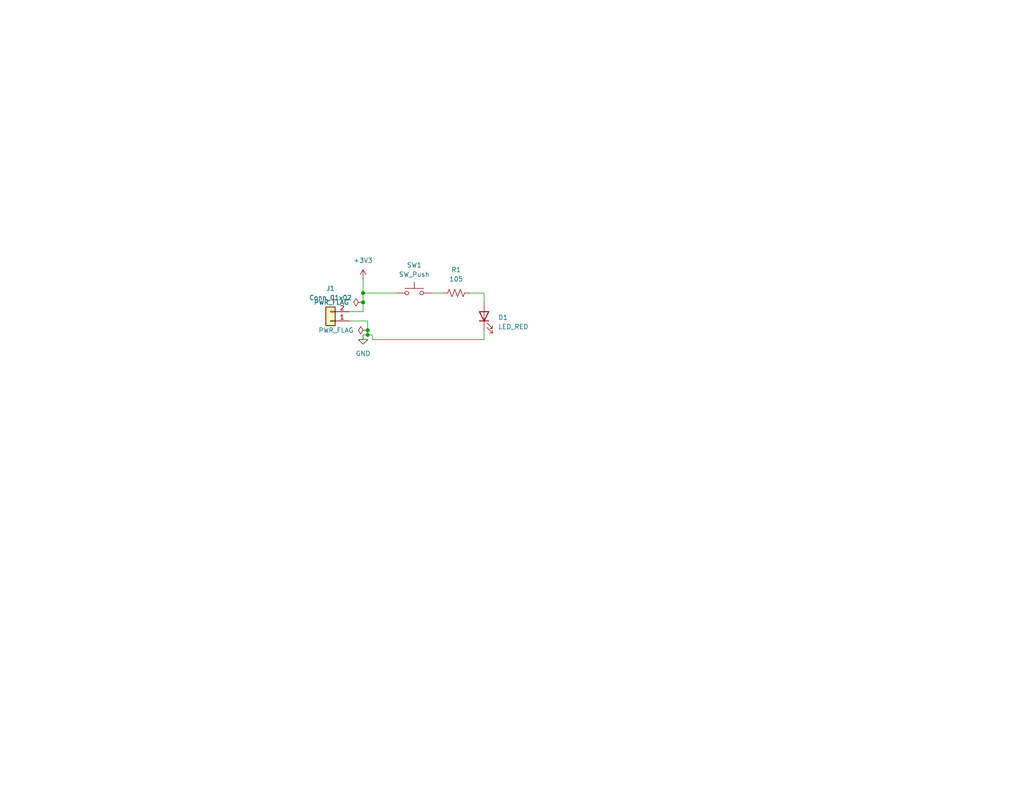
<source format=kicad_sch>
(kicad_sch (version 20231120) (generator "eeschema") (generator_version "8.0")
  (paper "USLetter")
  (title_block (title "LED Project") (date "2025-9-16") (rev "1.0") (company "Illini Solar Car") (comment 1 "Designed By: Vallabh Arun"))
  (lib_symbols
    (symbol "Connector_Generic:Conn_01x02" (pin_names (offset 1.016) hide)
      (property "Reference" "J" (at 0 2.54 0))
      (property "Value" "Conn_01x02" (at 0 -5.08 0))
      (symbol "Conn_01x02_1_1"
        (rectangle (start -1.27 -2.413) (end 0 -2.667) (stroke (width 0.1524)))
        (rectangle (start -1.27 0.127) (end 0 -0.127) (stroke (width 0.1524)))
        (rectangle (start -1.27 1.27) (end 1.27 -3.81) (stroke (width 0.254)) (fill (type background)))
        (pin passive line (at -5.08 0 0) (length 3.81) (name "Pin_1") (number "1"))
        (pin passive line (at -5.08 -2.54 0) (length 3.81) (name "Pin_2") (number "2"))
      )
    )
    (symbol "Device:LED" (pin_numbers hide) (pin_names (offset 1.016) hide)
      (property "Reference" "D" (at 0 2.54 0))
      (property "Value" "LED" (at 0 -2.54 0))
      (symbol "LED_0_1"
        (polyline (pts (xy -1.27 -1.27) (xy -1.27 1.27)) (stroke (width 0.254)))
        (polyline (pts (xy -1.27 0) (xy 1.27 0)))
        (polyline (pts (xy 1.27 -1.27) (xy 1.27 1.27) (xy -1.27 0) (xy 1.27 -1.27)) (stroke (width 0.254)))
        (polyline (pts (xy -3.048 -0.762) (xy -4.572 -2.286) (xy -3.81 -2.286) (xy -4.572 -2.286) (xy -4.572 -1.524)))
        (polyline (pts (xy -1.778 -0.762) (xy -3.302 -2.286) (xy -2.54 -2.286) (xy -3.302 -2.286) (xy -3.302 -1.524)))
      )
      (symbol "LED_1_1"
        (pin passive line (at -3.81 0 0) (length 2.54) (name "K") (number "1"))
        (pin passive line (at 3.81 0 180) (length 2.54) (name "A") (number "2"))
      )
    )
    (symbol "Device:R_US" (pin_numbers hide) (pin_names (offset 0))
      (property "Reference" "R" (at 2.54 0 90))
      (property "Value" "R_US" (at -2.54 0 90))
      (symbol "R_US_0_1"
        (polyline (pts (xy 0 -2.286) (xy 0 -2.54)))
        (polyline (pts (xy 0 2.286) (xy 0 2.54)))
        (polyline (pts (xy 0 -0.762) (xy 1.016 -1.143) (xy 0 -1.524) (xy -1.016 -1.905) (xy 0 -2.286)))
        (polyline (pts (xy 0 0.762) (xy 1.016 0.381) (xy 0 0) (xy -1.016 -0.381) (xy 0 -0.762)))
        (polyline (pts (xy 0 2.286) (xy 1.016 1.905) (xy 0 1.524) (xy -1.016 1.143) (xy 0 0.762)))
      )
      (symbol "R_US_1_1"
        (pin passive line (at 0 3.81 270) (length 1.27) (name "~") (number "1"))
        (pin passive line (at 0 -3.81 90) (length 1.27) (name "~") (number "2"))
      )
    )
    (symbol "Switch:SW_Push" (pin_numbers hide) (pin_names (offset 1.016) hide)
      (property "Reference" "SW" (at 1.27 2.54 0))
      (property "Value" "SW_Push" (at 0 -1.524 0))
      (symbol "SW_Push_0_1"
        (circle (center -2.032 0) (radius 0.508))
        (polyline (pts (xy 0 1.27) (xy 0 3.048)))
        (polyline (pts (xy 2.54 1.27) (xy -2.54 1.27)))
        (circle (center 2.032 0) (radius 0.508))
        (pin passive line (at -5.08 0 0) (length 2.54) (name "1") (number "1"))
        (pin passive line (at 5.08 0 180) (length 2.54) (name "2") (number "2"))
      )
    )
    (symbol "power:+3V3" (power) (pin_names (offset 0))
      (property "Value" "+3V3" (at 0 3.556 0))
      (symbol "+3V3_0_1"
        (polyline (pts (xy -0.762 1.27) (xy 0 2.54)))
        (polyline (pts (xy 0 0) (xy 0 2.54)))
        (polyline (pts (xy 0 2.54) (xy 0.762 1.27)))
      )
      (symbol "+3V3_1_1"
        (pin power_in line (at 0 0 90) (length 0) hide (name "+3V3") (number "1"))
      )
    )
    (symbol "power:GND" (power) (pin_names (offset 0))
      (property "Value" "GND" (at 0 -3.81 0))
      (symbol "GND_0_1"
        (polyline (pts (xy 0 0) (xy 0 -1.27) (xy 1.27 -1.27) (xy 0 -2.54) (xy -1.27 -1.27) (xy 0 -1.27)))
      )
      (symbol "GND_1_1"
        (pin power_in line (at 0 0 270) (length 0) hide (name "GND") (number "1"))
      )
    )
    (symbol "power:PWR_FLAG" (power) (pin_numbers hide) (pin_names (offset 0) hide)
      (property "Value" "PWR_FLAG" (at 0 3.81 0))
      (symbol "PWR_FLAG_0_0"
        (pin power_out line (at 0 0 90) (length 0) (name "pwr") (number "1"))
      )
      (symbol "PWR_FLAG_0_1"
        (polyline (pts (xy 0 0) (xy 0 1.27) (xy -1.016 1.905) (xy 0 2.54) (xy 1.016 1.905) (xy 0 1.27)))
      )
    )
  )
  (junction (at 100.33 91.44))
  (junction (at 100.33 90.17))
  (junction (at 99.06 82.55))
  (junction (at 99.06 80.01))
  (wire (pts (xy 99.06 82.55) (xy 99.06 85.09)))
  (wire (pts (xy 101.6 92.71) (xy 101.6 91.44)))
  (wire (pts (xy 95.25 85.09) (xy 99.06 85.09)))
  (wire (pts (xy 95.25 87.63) (xy 100.33 87.63)))
  (wire (pts (xy 132.08 90.17) (xy 132.08 92.71)))
  (wire (pts (xy 99.06 76.2) (xy 99.06 80.01)))
  (wire (pts (xy 99.06 80.01) (xy 99.06 82.55)))
  (wire (pts (xy 132.08 92.71) (xy 101.6 92.71)))
  (wire (pts (xy 100.33 90.17) (xy 100.33 91.44)))
  (wire (pts (xy 100.33 87.63) (xy 100.33 90.17)))
  (wire (pts (xy 101.6 91.44) (xy 100.33 91.44)))
  (wire (pts (xy 99.06 80.01) (xy 107.95 80.01)))
  (wire (pts (xy 118.11 80.01) (xy 120.65 80.01)))
  (wire (pts (xy 100.33 91.44) (xy 99.06 91.44)))
  (wire (pts (xy 128.27 80.01) (xy 132.08 80.01)))
  (wire (pts (xy 132.08 80.01) (xy 132.08 82.55)))
  (symbol (lib_id "power:GND") (at 99.06 91.44 0) (unit 1)
    (property "Reference" "#PWR02" (effects (hide yes)))
    (property "Value" "GND" (at 99.06 96.52 0))
    (property "Description" "Power symbol creates a global label with name \"GND\" , ground" (effects (hide yes)))
  )
  (symbol (lib_id "power:PWR_FLAG") (at 99.06 82.55 90) (unit 1)
    (property "Reference" "#FLG01" (effects (hide yes)))
    (property "Value" "PWR_FLAG" (at 95.25 82.5499 90) (effects (justify left)))
    (property "Description" "Special symbol for telling ERC where power comes from" (effects (hide yes)))
  )
  (symbol (lib_id "Device:R_US") (at 124.46 80.01 90) (unit 1)
    (property "Reference" "R1" (at 124.46 73.66 90))
    (property "Value" "105" (at 124.46 76.2 90))
    (property "Footprint" "Resistor_SMD:R_0603_1608Metric_Pad0.98x0.95mm_HandSolder" (effects (hide yes)))
    (property "Description" "Resistor, US symbol" (effects (hide yes)))
  )
  (symbol (lib_id "Device:LED") (at 132.08 86.36 90) (unit 1)
    (property "Reference" "D1" (at 135.89 86.6774 90) (effects (justify right)))
    (property "Value" "LED_RED" (at 135.89 89.2174 90) (effects (justify right)))
    (property "Footprint" "layout:LED_0603_Symbol_on_F.SilkS" (effects (hide yes)))
    (property "Description" "Light emitting diode" (effects (hide yes)))
  )
  (symbol (lib_id "Connector_Generic:Conn_01x02") (at 90.17 87.63 180) (unit 1)
    (property "Reference" "J1" (at 90.17 78.74 0))
    (property "Value" "Conn_01x02" (at 90.17 81.28 0))
    (property "Footprint" "Connector_Molex:Molex_KK-254_AE-6410-02A_1x02_P2.54mm_Vertical" (effects (hide yes)))
    (property "Datasheet" "https://www.molex.com/content/dam/molex/molex-dot-com/products/automated/en-us/salesdrawingpdf/641/6410/022272021_sd.pdf" (effects (hide yes)))
    (property "Description" "Generic connector, single row, 01x02, script generated (kicad-library-utils/schlib/autogen/connector/)" (effects (hide yes)))
    (property "MPN" "022272021" (effects (hide yes)))
  )
  (symbol (lib_id "power:PWR_FLAG") (at 100.33 90.17 90) (unit 1)
    (property "Reference" "#FLG02" (effects (hide yes)))
    (property "Value" "PWR_FLAG" (at 96.52 90.1699 90) (effects (justify left)))
    (property "Description" "Special symbol for telling ERC where power comes from" (effects (hide yes)))
  )
  (symbol (lib_id "power:+3V3") (at 99.06 76.2 0) (unit 1)
    (property "Reference" "#PWR01" (effects (hide yes)))
    (property "Value" "+3V3" (at 99.06 71.12 0))
    (property "Description" "Power symbol creates a global label with name \"+3V3\"" (effects (hide yes)))
  )
  (symbol (lib_id "Switch:SW_Push") (at 113.03 80.01 0) (unit 1)
    (property "Reference" "SW1" (at 113.03 72.39 0))
    (property "Value" "SW_Push" (at 113.03 74.93 0))
    (property "Footprint" "Button_Switch_SMD:SW_DIP_SPSTx01_Slide_6.7x4.1mm_W8.61mm_P2.54mm_LowProfile" (effects (hide yes)))
    (property "Datasheet" "https://www.te.com/commerce/DocumentDelivery/DDEController?Action=srchrtrv&DocNm=1308111-1_SWITCHES_CORE_PROGRAM_CATALOG&DocType=Catalog%20Section&DocLang=English&DocFormat=pdf&PartCntxt=1825910-6" (effects (hide yes)))
    (property "Description" "Push button switch, generic, two pins" (effects (hide yes)))
    (property "MPN" "1825910-6" (effects (hide yes)))
  )
)
</source>
